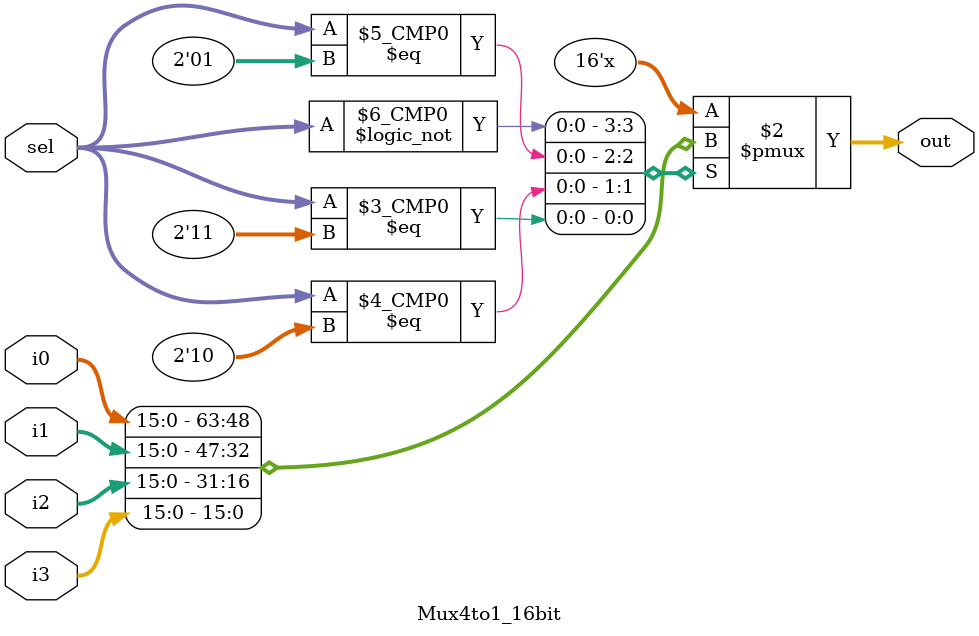
<source format=v>
module Mux2to1_16bit (
    input  [15:0] i0, i1,
    input         sel,
    output [15:0] out
);
    assign out = sel ? i1 : i0;
endmodule

module Mux2to1_3bit (
    input  [2:0] i0, i1,
    input        sel,
    output [2:0] out
);
    assign out = sel ? i1 : i0;
endmodule

module Mux4to1_16bit (
    input      [15:0] i0, i1, i2, i3,
    input      [1:0]  sel,
    output reg [15:0] out
);
    always @(*) begin
        case(sel)
            2'b00: out = i0;
            2'b01: out = i1;
            2'b10: out = i2;
            2'b11: out = i3;
        endcase
    end
endmodule
</source>
